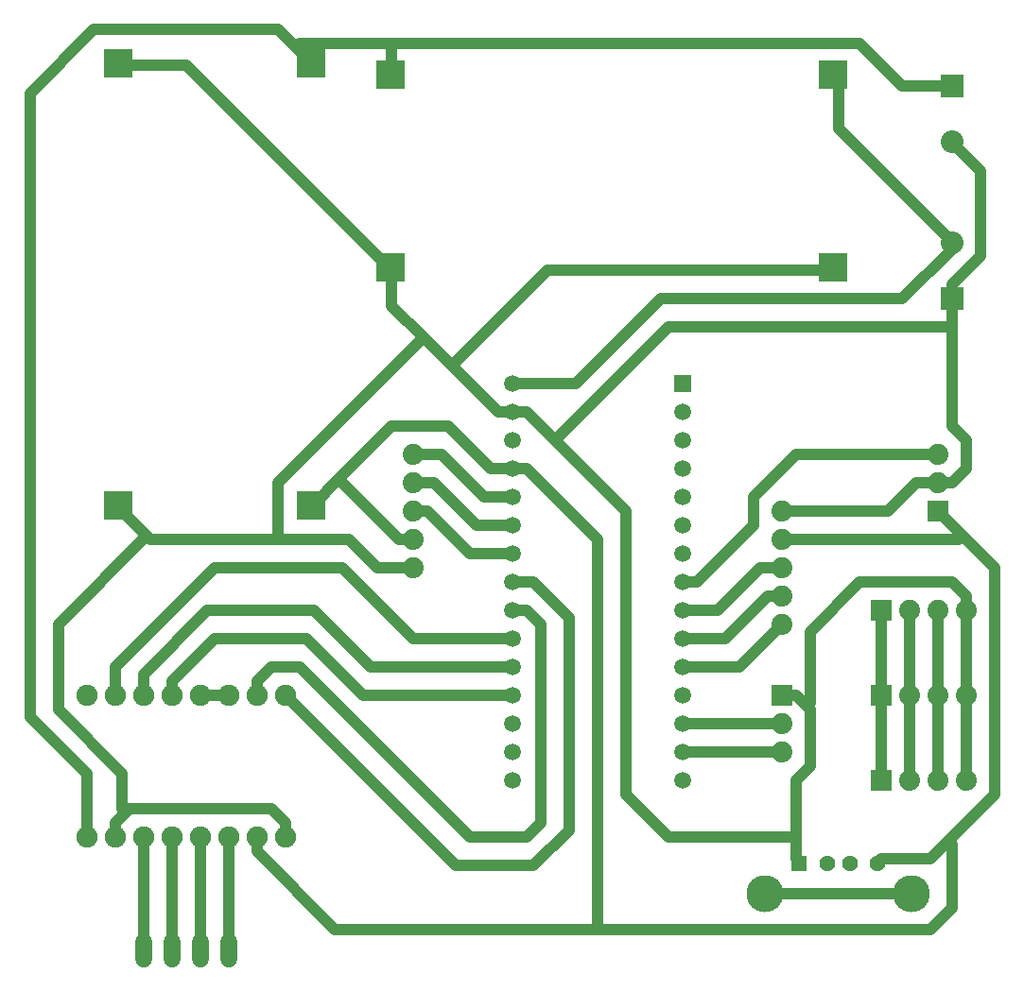
<source format=gbr>
G04 EAGLE Gerber RS-274X export*
G75*
%MOMM*%
%FSLAX34Y34*%
%LPD*%
%INBottom Copper*%
%IPPOS*%
%AMOC8*
5,1,8,0,0,1.08239X$1,22.5*%
G01*
%ADD10R,2.500000X2.500000*%
%ADD11R,1.508000X1.508000*%
%ADD12C,1.508000*%
%ADD13C,1.905000*%
%ADD14C,1.524000*%
%ADD15R,1.428000X1.428000*%
%ADD16C,1.428000*%
%ADD17C,3.316000*%
%ADD18R,2.032000X2.032000*%
%ADD19C,2.032000*%
%ADD20C,1.879600*%
%ADD21R,1.879600X1.879600*%
%ADD22C,1.000000*%


D10*
X998220Y86360D03*
X998220Y-86360D03*
X601980Y-86360D03*
X601980Y86360D03*
X530860Y96520D03*
X358140Y96520D03*
X358140Y-299720D03*
X530860Y-299720D03*
D11*
X863600Y-190500D03*
D12*
X863600Y-215900D03*
X863600Y-241300D03*
X863600Y-266700D03*
X863600Y-292100D03*
X863600Y-317500D03*
X863600Y-342900D03*
X863600Y-368300D03*
X863600Y-393700D03*
X863600Y-419100D03*
X863600Y-444500D03*
X863600Y-469900D03*
X711200Y-190500D03*
X711200Y-215900D03*
X711200Y-241300D03*
X711200Y-266700D03*
X711200Y-292100D03*
X711200Y-317500D03*
X711200Y-368300D03*
X711200Y-393700D03*
X711200Y-444500D03*
X711200Y-469900D03*
X711200Y-419100D03*
X711200Y-342900D03*
X863600Y-495300D03*
X863600Y-520700D03*
X863600Y-546100D03*
X711200Y-495300D03*
X711200Y-520700D03*
X711200Y-546100D03*
D13*
X355600Y-469900D03*
X381000Y-469900D03*
X406400Y-469900D03*
X431800Y-469900D03*
X457200Y-469900D03*
X482600Y-469900D03*
X508000Y-469900D03*
X330200Y-469900D03*
X355600Y-596900D03*
X381000Y-596900D03*
X406400Y-596900D03*
X431800Y-596900D03*
X457200Y-596900D03*
X482600Y-596900D03*
X508000Y-596900D03*
X330200Y-596900D03*
D14*
X457200Y-690880D02*
X457200Y-706120D01*
X431800Y-706120D02*
X431800Y-690880D01*
X406400Y-690880D02*
X406400Y-706120D01*
X381000Y-706120D02*
X381000Y-690880D01*
D15*
X968300Y-620600D03*
D16*
X993300Y-620600D03*
X1013300Y-620600D03*
X1038300Y-620600D03*
D17*
X937600Y-647700D03*
X1069000Y-647700D03*
D18*
X1104900Y-114300D03*
D19*
X1104900Y-64300D03*
D20*
X952500Y-304800D03*
X952500Y-330200D03*
X952500Y-355600D03*
X952500Y-381000D03*
X952500Y-406400D03*
D21*
X1041400Y-393700D03*
D20*
X1066800Y-393700D03*
X1092200Y-393700D03*
X1117600Y-393700D03*
D21*
X1041400Y-469900D03*
D20*
X1066800Y-469900D03*
X1092200Y-469900D03*
X1117600Y-469900D03*
D21*
X1041400Y-546100D03*
D20*
X1066800Y-546100D03*
X1092200Y-546100D03*
X1117600Y-546100D03*
D21*
X1092200Y-304800D03*
D20*
X1092200Y-279400D03*
X1092200Y-254000D03*
D21*
X952500Y-469900D03*
D20*
X952500Y-495300D03*
X952500Y-520700D03*
D18*
X1104900Y76200D03*
D19*
X1104900Y26200D03*
D20*
X622300Y-355600D03*
X622300Y-330200D03*
X622300Y-304800D03*
X622300Y-279400D03*
X622300Y-254000D03*
D22*
X711200Y-190500D02*
X768350Y-190500D01*
X844550Y-114300D01*
X1060450Y-114300D01*
X1104900Y-69850D01*
X1104900Y-64300D01*
X1003300Y38100D02*
X1003300Y82550D01*
X1003300Y38100D02*
X1104900Y-63500D01*
X1003300Y82550D02*
X998220Y86360D01*
X1104900Y-63500D02*
X1104900Y-64300D01*
X711200Y-266700D02*
X692150Y-266700D01*
X654050Y-228600D01*
X603250Y-228600D01*
X555625Y-276225D02*
X533400Y-298450D01*
X555625Y-276225D02*
X603250Y-228600D01*
X533400Y-298450D02*
X530860Y-299720D01*
X609600Y-330200D02*
X622300Y-330200D01*
X609600Y-330200D02*
X555625Y-276225D01*
X1041400Y-615950D02*
X1085850Y-615950D01*
X1101725Y-600075D02*
X1143000Y-558800D01*
X1101725Y-600075D02*
X1085850Y-615950D01*
X1143000Y-558800D02*
X1143000Y-355600D01*
X1114425Y-327025D02*
X1092200Y-304800D01*
X1114425Y-327025D02*
X1143000Y-355600D01*
X1041400Y-615950D02*
X1038300Y-620600D01*
X1111250Y-330200D02*
X952500Y-330200D01*
X1111250Y-330200D02*
X1114425Y-327025D01*
X482600Y-596900D02*
X482600Y-609600D01*
X552450Y-679450D01*
X787400Y-679450D02*
X1085850Y-679450D01*
X787400Y-679450D02*
X552450Y-679450D01*
X1085850Y-679450D02*
X1104900Y-660400D01*
X1104900Y-603250D01*
X1101725Y-600075D01*
X723900Y-266700D02*
X711200Y-266700D01*
X723900Y-266700D02*
X787400Y-330200D01*
X787400Y-679450D01*
X330200Y-596900D02*
X330200Y-539750D01*
X279400Y-488950D01*
X279400Y69850D01*
X336550Y127000D01*
X501650Y127000D01*
X517525Y111125D02*
X527050Y101600D01*
X517525Y111125D02*
X501650Y127000D01*
X527050Y101600D02*
X530860Y96520D01*
X1060450Y76200D02*
X1104900Y76200D01*
X1060450Y76200D02*
X1022350Y114300D01*
X603250Y114300D02*
X520700Y114300D01*
X603250Y114300D02*
X1022350Y114300D01*
X520700Y114300D02*
X517525Y111125D01*
X603250Y114300D02*
X603250Y88900D01*
X601980Y86360D01*
X355600Y-584200D02*
X355600Y-596900D01*
X365125Y-574675D02*
X368300Y-571500D01*
X365125Y-574675D02*
X355600Y-584200D01*
X368300Y-571500D02*
X495300Y-571500D01*
X508000Y-584200D01*
X508000Y-596900D01*
X590550Y-355600D02*
X622300Y-355600D01*
X590550Y-355600D02*
X565150Y-330200D01*
X501650Y-330200D02*
X387350Y-330200D01*
X501650Y-330200D02*
X565150Y-330200D01*
X384175Y-327025D02*
X361950Y-304800D01*
X384175Y-327025D02*
X387350Y-330200D01*
X361950Y-304800D02*
X358140Y-299720D01*
X361950Y-539750D02*
X361950Y-571500D01*
X361950Y-539750D02*
X304800Y-482600D01*
X304800Y-406400D01*
X384175Y-327025D01*
X361950Y-571500D02*
X365125Y-574675D01*
X1104900Y-114300D02*
X1104900Y-101600D01*
X1130300Y-76200D01*
X1130300Y0D01*
X1104900Y25400D01*
X1104900Y26200D01*
X1047750Y-304800D02*
X952500Y-304800D01*
X1047750Y-304800D02*
X1073150Y-279400D01*
X1092200Y-279400D01*
X1104900Y-228600D02*
X1104900Y-139700D01*
X1104900Y-114300D01*
X1104900Y-228600D02*
X1117600Y-241300D01*
X1117600Y-266700D01*
X1104900Y-279400D01*
X1092200Y-279400D01*
X1117600Y-469900D02*
X1117600Y-546100D01*
X1117600Y-469900D02*
X1117600Y-393700D01*
X965200Y-546100D02*
X965200Y-596900D01*
X965200Y-615950D01*
X965200Y-546100D02*
X977900Y-533400D01*
X977900Y-482600D01*
X974725Y-479425D02*
X965200Y-469900D01*
X974725Y-479425D02*
X977900Y-482600D01*
X965200Y-469900D02*
X952500Y-469900D01*
X965200Y-615950D02*
X968300Y-620600D01*
X1117600Y-393700D02*
X1117600Y-381000D01*
X1104900Y-368300D01*
X1022350Y-368300D01*
X977900Y-412750D01*
X977900Y-476250D01*
X974725Y-479425D01*
X711200Y-215900D02*
X698500Y-215900D01*
X631825Y-149225D02*
X603250Y-120650D01*
X631825Y-149225D02*
X657225Y-174625D01*
X698500Y-215900D01*
X603250Y-120650D02*
X603250Y-88900D01*
X601980Y-86360D01*
X419100Y95250D02*
X361950Y95250D01*
X419100Y95250D02*
X596900Y-82550D01*
X361950Y95250D02*
X358140Y96520D01*
X596900Y-82550D02*
X601980Y-86360D01*
X742950Y-88900D02*
X996950Y-88900D01*
X742950Y-88900D02*
X657225Y-174625D01*
X996950Y-88900D02*
X998220Y-86360D01*
X965200Y-596900D02*
X850900Y-596900D01*
X812800Y-558800D01*
X812800Y-304800D01*
X749300Y-241300D02*
X723900Y-215900D01*
X749300Y-241300D02*
X812800Y-304800D01*
X723900Y-215900D02*
X711200Y-215900D01*
X850900Y-139700D02*
X1104900Y-139700D01*
X850900Y-139700D02*
X749300Y-241300D01*
X501650Y-279400D02*
X501650Y-330200D01*
X501650Y-279400D02*
X631825Y-149225D01*
X381000Y-596900D02*
X381000Y-698500D01*
X406400Y-698500D02*
X406400Y-596900D01*
X431800Y-596900D02*
X431800Y-698500D01*
X457200Y-698500D02*
X457200Y-596900D01*
X457200Y-469900D02*
X431800Y-469900D01*
X1066800Y-469900D02*
X1066800Y-546100D01*
X1066800Y-469900D02*
X1066800Y-393700D01*
X952500Y-495300D02*
X863600Y-495300D01*
X863600Y-520700D02*
X952500Y-520700D01*
X876300Y-368300D02*
X863600Y-368300D01*
X876300Y-368300D02*
X927100Y-317500D01*
X927100Y-292100D01*
X965200Y-254000D01*
X1092200Y-254000D01*
X1041400Y-469900D02*
X1041400Y-546100D01*
X1041400Y-469900D02*
X1041400Y-393700D01*
X1069000Y-647700D02*
X937600Y-647700D01*
X895350Y-393700D02*
X863600Y-393700D01*
X895350Y-393700D02*
X933450Y-355600D01*
X952500Y-355600D01*
X901700Y-419100D02*
X863600Y-419100D01*
X901700Y-419100D02*
X939800Y-381000D01*
X952500Y-381000D01*
X914400Y-444500D02*
X863600Y-444500D01*
X914400Y-444500D02*
X952500Y-406400D01*
X730250Y-368300D02*
X711200Y-368300D01*
X730250Y-368300D02*
X762000Y-400050D01*
X762000Y-590550D01*
X730250Y-622300D01*
X660400Y-622300D01*
X508000Y-469900D01*
X711200Y-393700D02*
X723900Y-393700D01*
X736600Y-406400D01*
X736600Y-584200D01*
X723900Y-596900D01*
X673100Y-596900D01*
X520700Y-444500D01*
X495300Y-444500D01*
X482600Y-457200D01*
X482600Y-469900D01*
X1092200Y-469900D02*
X1092200Y-546100D01*
X1092200Y-469900D02*
X1092200Y-393700D01*
X711200Y-469900D02*
X577850Y-469900D01*
X527050Y-419100D01*
X444500Y-419100D01*
X406400Y-457200D01*
X406400Y-469900D01*
X584200Y-444500D02*
X711200Y-444500D01*
X584200Y-444500D02*
X533400Y-393700D01*
X438150Y-393700D01*
X381000Y-450850D01*
X381000Y-469900D01*
X622300Y-419100D02*
X711200Y-419100D01*
X622300Y-419100D02*
X558800Y-355600D01*
X444500Y-355600D01*
X355600Y-444500D01*
X355600Y-469900D01*
X673100Y-342900D02*
X711200Y-342900D01*
X673100Y-342900D02*
X635000Y-304800D01*
X622300Y-304800D01*
X679450Y-317500D02*
X711200Y-317500D01*
X679450Y-317500D02*
X641350Y-279400D01*
X622300Y-279400D01*
X685800Y-292100D02*
X711200Y-292100D01*
X685800Y-292100D02*
X647700Y-254000D01*
X622300Y-254000D01*
M02*

</source>
